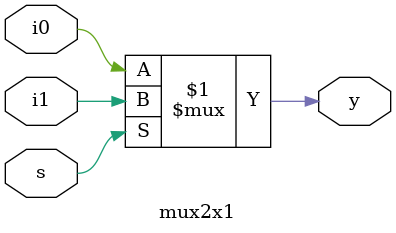
<source format=v>
`timescale 1ns / 1ps
module mux2x1(i0,i1,s,y);
input i0,i1;
input s;
output y;
//assign y= (~s&i[0])|(s&i[1]);
assign y= s?i1:i0;


endmodule

</source>
